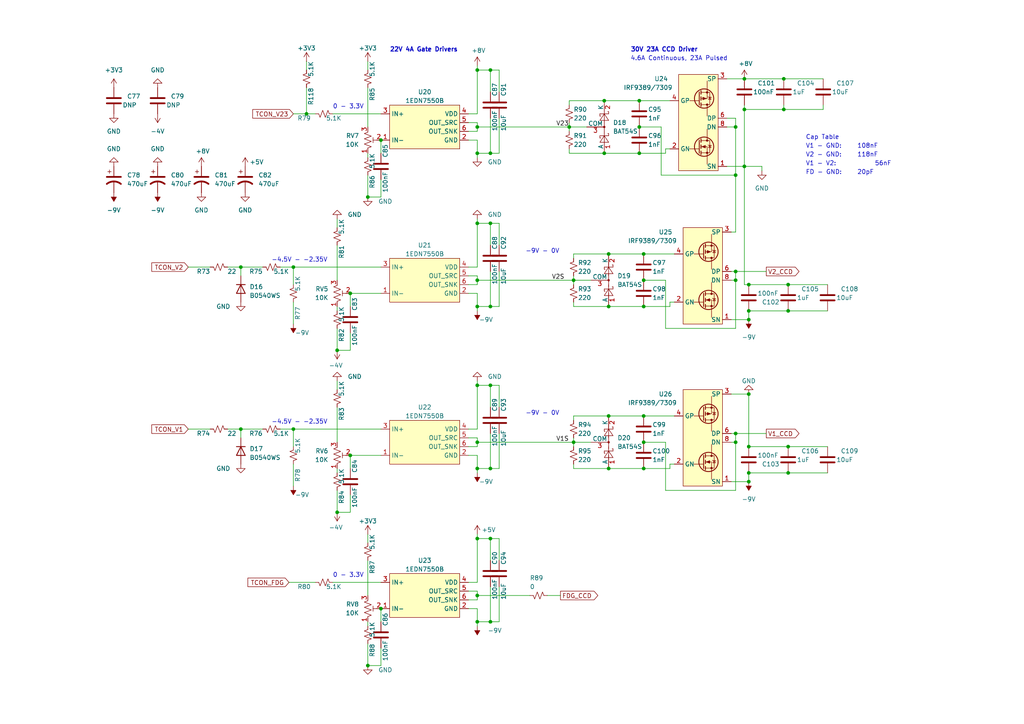
<source format=kicad_sch>
(kicad_sch (version 20231120) (generator "eeschema") (generator_version "8.0")
  (paper "A4")
  (title_block (title "CCD V Drivers") (date "2024-06-09") (rev "R0.10") (company "Copyright 2024 Anhang Li, Wenting Zhang") (comment 2 "MERCHANTABILITY, SATISFACTORY QUALITY AND FITNESS FOR A PARTICULAR PURPOSE.") (comment 3 "This source is distributed WITHOUT ANY EXPRESS OR IMPLIED WARRANTY, INCLUDING OF") (comment 4 "This source describes Open Hardware and is licensed under the CERN-OHL-P v2."))
  (lib_symbols
    (symbol "Device:C" (pin_numbers hide) (pin_names (offset 0.254))
      (property "Reference" "C" (at 0.635 2.54 0))
      (property "Value" "C" (at 0.635 -2.54 0))
      (symbol "C_1_1"
        (pin passive line (at 0 3.81 270) (length 2.794) (name "~") (number "1"))
        (pin passive line (at 0 -3.81 90) (length 2.794) (name "~") (number "2"))
      )
    )
    (symbol "Device:C_Polarized_US" (pin_numbers hide) (pin_names (offset 0.254) hide)
      (property "Reference" "C" (at 0.635 2.54 0))
      (property "Value" "C_Polarized_US" (at 0.635 -2.54 0))
      (symbol "C_Polarized_US_1_1"
        (pin passive line (at 0 3.81 270) (length 2.794) (name "~") (number "1"))
        (pin passive line (at 0 -3.81 90) (length 3.302) (name "~") (number "2"))
      )
    )
    (symbol "Device:D" (pin_numbers hide) (pin_names (offset 1.016) hide)
      (property "Reference" "D" (at 0 2.54 0))
      (property "Value" "D" (at 0 -2.54 0))
      (symbol "D_1_1"
        (pin passive line (at -3.81 0 0) (length 2.54) (name "K") (number "1"))
        (pin passive line (at 3.81 0 180) (length 2.54) (name "A") (number "2"))
      )
    )
    (symbol "Device:R_Potentiometer_Trim_US" (pin_names (offset 1.016) hide)
      (property "Reference" "RV" (at -4.445 0 90))
      (property "Value" "R_Potentiometer_Trim_US" (at -2.54 0 90))
      (symbol "R_Potentiometer_Trim_US_1_1"
        (pin passive line (at 0 3.81 270) (length 1.27) (name "1") (number "1"))
        (pin passive line (at 3.81 0 180) (length 1.27) (name "2") (number "2"))
        (pin passive line (at 0 -3.81 90) (length 1.27) (name "3") (number "3"))
      )
    )
    (symbol "Device:R_Small_US" (pin_numbers hide) (pin_names (offset 0.254) hide)
      (property "Reference" "R" (at 0.762 0.508 0))
      (property "Value" "R_Small_US" (at 0.762 -1.016 0))
      (symbol "R_Small_US_1_1"
        (pin passive line (at 0 2.54 270) (length 1.016) (name "~") (number "1"))
        (pin passive line (at 0 -2.54 90) (length 1.016) (name "~") (number "2"))
      )
    )
    (symbol "Diode:BAT54S" (pin_names (offset 0))
      (property "Reference" "D" (at 2.54 -5.08 0))
      (property "Value" "BAT54S" (at -6.35 3.175 0))
      (symbol "BAT54S_1_1"
        (pin passive line (at -7.62 0 0) (length 3.81) (name "A") (number "1"))
        (pin passive line (at 7.62 0 180) (length 3.81) (name "K") (number "2"))
        (pin passive line (at 0 -5.08 90) (length 5.08) (name "COM") (number "3"))
      )
    )
    (symbol "Sitina:-4V" (power) (pin_names (offset 0))
      (property "Value" "-4V" (at 0 3.556 0))
      (symbol "-4V_1_1"
        (pin power_in line (at 0 0 90) (length 0) hide (name "-4V") (number "1"))
      )
    )
    (symbol "power:+3V3" (power) (pin_numbers hide) (pin_names (offset 0) hide)
      (property "Value" "+3V3" (at 0 3.556 0))
      (symbol "+3V3_1_1"
        (pin power_in line (at 0 0 90) (length 0) (name "~") (number "1"))
      )
    )
    (symbol "power:+5V" (power) (pin_names (offset 0))
      (property "Value" "+5V" (at 0 3.556 0))
      (symbol "+5V_1_1"
        (pin power_in line (at 0 0 90) (length 0) hide (name "+5V") (number "1"))
      )
    )
    (symbol "power:+8V" (power) (pin_names (offset 0))
      (property "Value" "+8V" (at 0 3.556 0))
      (symbol "+8V_1_1"
        (pin power_in line (at 0 0 90) (length 0) hide (name "+8V") (number "1"))
      )
    )
    (symbol "power:-9V" (power) (pin_names (offset 0))
      (property "Value" "-9V" (at 0 3.81 0))
      (symbol "-9V_1_1"
        (pin power_in line (at 0 0 90) (length 0) hide (name "-9V") (number "1"))
      )
    )
    (symbol "power:GND" (power) (pin_names (offset 0))
      (property "Value" "GND" (at 0 -3.81 0))
      (symbol "GND_1_1"
        (pin power_in line (at 0 0 270) (length 0) hide (name "GND") (number "1"))
      )
    )
    (symbol "symbols:1EDNx550B"
      (property "Reference" "U" (at 0 0 0))
      (property "Value" "1EDNx550" (at 0 0 0))
      (symbol "1EDNx550B_1_1"
        (pin input line (at -2.54 -12.7 0) (length 2.54) (name "IN-") (number "1"))
        (pin passive line (at 22.86 -12.7 180) (length 2.54) (name "GND") (number "2"))
        (pin input line (at -2.54 -5.08 0) (length 2.54) (name "IN+") (number "3"))
        (pin power_in line (at 22.86 -5.08 180) (length 2.54) (name "VDD") (number "4"))
        (pin output line (at 22.86 -7.62 180) (length 2.54) (name "OUT_SRC") (number "5"))
        (pin output line (at 22.86 -10.16 180) (length 2.54) (name "OUT_SNK") (number "6"))
      )
    )
    (symbol "symbols:IRF9389BF"
      (property "Reference" "U" (at 1.27 1.27 0))
      (property "Value" "IRF9389BF" (at 8.89 1.27 0))
      (symbol "IRF9389BF_1_1"
        (pin bidirectional line (at 13.97 -27.94 180) (length 2.54) (name "SN") (number "1"))
        (pin input line (at -2.54 -22.86 0) (length 2.54) (name "GN") (number "2"))
        (pin bidirectional line (at 13.97 -2.54 180) (length 2.54) (name "SP") (number "3"))
        (pin input line (at -2.54 -8.89 0) (length 2.54) (name "GP") (number "4"))
        (pin bidirectional line (at 13.97 -13.97 180) (length 2.54) hide (name "DP") (number "5"))
        (pin bidirectional line (at 13.97 -13.97 180) (length 2.54) (name "DP") (number "6"))
        (pin bidirectional line (at 13.97 -16.51 180) (length 2.54) hide (name "DN") (number "7"))
        (pin bidirectional line (at 13.97 -16.51 180) (length 2.54) (name "DN") (number "8"))
      )
    )
  )
  (junction (at 85.09 124.46))
  (junction (at 185.42 36.83))
  (junction (at 110.49 40.64))
  (junction (at 138.43 156.21))
  (junction (at 176.53 135.89))
  (junction (at 215.9 31.75))
  (junction (at 106.68 193.04))
  (junction (at 138.43 172.72))
  (junction (at 110.49 176.53))
  (junction (at 142.24 64.77))
  (junction (at 228.6 129.54))
  (junction (at 185.42 29.21))
  (junction (at 213.36 128.27))
  (junction (at 138.43 180.34))
  (junction (at 138.43 64.77))
  (junction (at 165.1 36.83))
  (junction (at 138.43 88.9))
  (junction (at 176.53 88.9))
  (junction (at 186.69 128.27))
  (junction (at 228.6 90.17))
  (junction (at 176.53 73.66))
  (junction (at 217.17 137.16))
  (junction (at 142.24 156.21))
  (junction (at 227.33 22.86))
  (junction (at 142.24 180.34))
  (junction (at 138.43 81.28))
  (junction (at 138.43 36.83))
  (junction (at 97.79 101.6))
  (junction (at 217.17 82.55))
  (junction (at 186.69 120.65))
  (junction (at 142.24 88.9))
  (junction (at 213.36 81.28))
  (junction (at 186.69 73.66))
  (junction (at 175.26 44.45))
  (junction (at 138.43 128.27))
  (junction (at 142.24 111.76))
  (junction (at 186.69 81.28))
  (junction (at 138.43 135.89))
  (junction (at 213.36 50.8))
  (junction (at 166.37 81.28))
  (junction (at 101.6 132.08))
  (junction (at 227.33 31.75))
  (junction (at 142.24 20.32))
  (junction (at 138.43 111.76))
  (junction (at 228.6 137.16))
  (junction (at 213.36 125.73))
  (junction (at 106.68 57.15))
  (junction (at 175.26 29.21))
  (junction (at 185.42 44.45))
  (junction (at 217.17 139.7))
  (junction (at 213.36 36.83))
  (junction (at 85.09 77.47))
  (junction (at 228.6 82.55))
  (junction (at 142.24 44.45))
  (junction (at 186.69 88.9))
  (junction (at 101.6 85.09))
  (junction (at 88.9 33.02))
  (junction (at 217.17 90.17))
  (junction (at 176.53 120.65))
  (junction (at 215.9 22.86))
  (junction (at 217.17 129.54))
  (junction (at 166.37 128.27))
  (junction (at 138.43 44.45))
  (junction (at 69.85 124.46))
  (junction (at 186.69 135.89))
  (junction (at 215.9 48.26))
  (junction (at 213.36 78.74))
  (junction (at 97.79 148.59))
  (junction (at 138.43 20.32))
  (junction (at 69.85 77.47))
  (junction (at 217.17 114.3))
  (junction (at 142.24 135.89))
  (junction (at 217.17 92.71))
  (wire (pts (xy 138.43 64.77) (xy 142.24 64.77)))
  (wire (pts (xy 142.24 78.74) (xy 142.24 88.9)))
  (wire (pts (xy 213.36 81.28) (xy 213.36 95.25)))
  (wire (pts (xy 166.37 88.9) (xy 176.53 88.9)))
  (wire (pts (xy 138.43 20.32) (xy 138.43 33.02)))
  (wire (pts (xy 144.78 64.77) (xy 144.78 71.12)))
  (wire (pts (xy 135.89 168.91) (xy 138.43 168.91)))
  (wire (pts (xy 194.31 87.63) (xy 195.58 87.63)))
  (wire (pts (xy 217.17 129.54) (xy 228.6 129.54)))
  (wire (pts (xy 106.68 181.61) (xy 106.68 180.34)))
  (wire (pts (xy 215.9 22.86) (xy 227.33 22.86)))
  (wire (pts (xy 138.43 154.94) (xy 138.43 156.21)))
  (wire (pts (xy 144.78 170.18) (xy 144.78 180.34)))
  (wire (pts (xy 97.79 71.12) (xy 97.79 81.28)))
  (wire (pts (xy 101.6 96.52) (xy 101.6 101.6)))
  (wire (pts (xy 227.33 31.75) (xy 215.9 31.75)))
  (wire (pts (xy 142.24 64.77) (xy 144.78 64.77)))
  (wire (pts (xy 106.68 162.56) (xy 106.68 172.72)))
  (wire (pts (xy 138.43 38.1) (xy 135.89 38.1)))
  (wire (pts (xy 69.85 124.46) (xy 76.2 124.46)))
  (wire (pts (xy 240.03 90.17) (xy 228.6 90.17)))
  (wire (pts (xy 138.43 127) (xy 138.43 128.27)))
  (wire (pts (xy 217.17 90.17) (xy 228.6 90.17)))
  (wire (pts (xy 97.79 63.5) (xy 97.79 66.04)))
  (wire (pts (xy 138.43 19.05) (xy 138.43 20.32)))
  (wire (pts (xy 138.43 156.21) (xy 142.24 156.21)))
  (wire (pts (xy 144.78 180.34) (xy 142.24 180.34)))
  (wire (pts (xy 142.24 156.21) (xy 142.24 162.56)))
  (wire (pts (xy 144.78 135.89) (xy 142.24 135.89)))
  (wire (pts (xy 135.89 171.45) (xy 138.43 171.45)))
  (wire (pts (xy 138.43 180.34) (xy 138.43 181.61)))
  (wire (pts (xy 135.89 85.09) (xy 138.43 85.09)))
  (wire (pts (xy 142.24 170.18) (xy 142.24 180.34)))
  (wire (pts (xy 144.78 125.73) (xy 144.78 135.89)))
  (wire (pts (xy 106.68 25.4) (xy 106.68 36.83)))
  (wire (pts (xy 138.43 173.99) (xy 135.89 173.99)))
  (wire (pts (xy 101.6 85.09) (xy 110.49 85.09)))
  (wire (pts (xy 215.9 82.55) (xy 217.17 82.55)))
  (wire (pts (xy 213.36 128.27) (xy 213.36 142.24)))
  (wire (pts (xy 227.33 30.48) (xy 227.33 31.75)))
  (wire (pts (xy 166.37 120.65) (xy 166.37 121.92)))
  (wire (pts (xy 213.36 50.8) (xy 191.77 50.8)))
  (wire (pts (xy 135.89 40.64) (xy 138.43 40.64)))
  (wire (pts (xy 138.43 36.83) (xy 165.1 36.83)))
  (wire (pts (xy 81.28 124.46) (xy 85.09 124.46)))
  (wire (pts (xy 213.36 34.29) (xy 213.36 36.83)))
  (wire (pts (xy 106.68 186.69) (xy 106.68 193.04)))
  (wire (pts (xy 176.53 120.65) (xy 186.69 120.65)))
  (wire (pts (xy 85.09 33.02) (xy 88.9 33.02)))
  (wire (pts (xy 69.85 77.47) (xy 76.2 77.47)))
  (wire (pts (xy 66.04 77.47) (xy 69.85 77.47)))
  (wire (pts (xy 166.37 73.66) (xy 176.53 73.66)))
  (wire (pts (xy 138.43 156.21) (xy 138.43 168.91)))
  (wire (pts (xy 106.68 17.78) (xy 106.68 20.32)))
  (wire (pts (xy 193.04 43.18) (xy 194.31 43.18)))
  (wire (pts (xy 88.9 25.4) (xy 88.9 33.02)))
  (wire (pts (xy 138.43 132.08) (xy 138.43 135.89)))
  (wire (pts (xy 69.85 80.01) (xy 69.85 77.47)))
  (wire (pts (xy 101.6 101.6) (xy 97.79 101.6)))
  (wire (pts (xy 186.69 120.65) (xy 195.58 120.65)))
  (wire (pts (xy 166.37 135.89) (xy 176.53 135.89)))
  (wire (pts (xy 138.43 81.28) (xy 166.37 81.28)))
  (wire (pts (xy 135.89 77.47) (xy 138.43 77.47)))
  (wire (pts (xy 110.49 187.96) (xy 110.49 193.04)))
  (wire (pts (xy 138.43 85.09) (xy 138.43 88.9)))
  (wire (pts (xy 110.49 193.04) (xy 106.68 193.04)))
  (wire (pts (xy 138.43 64.77) (xy 138.43 77.47)))
  (wire (pts (xy 194.31 88.9) (xy 186.69 88.9)))
  (wire (pts (xy 228.6 82.55) (xy 240.03 82.55)))
  (wire (pts (xy 110.49 176.53) (xy 110.49 180.34)))
  (wire (pts (xy 138.43 40.64) (xy 138.43 44.45)))
  (wire (pts (xy 220.98 49.53) (xy 220.98 48.26)))
  (wire (pts (xy 138.43 171.45) (xy 138.43 172.72)))
  (wire (pts (xy 110.49 52.07) (xy 110.49 57.15)))
  (wire (pts (xy 88.9 17.78) (xy 88.9 20.32)))
  (wire (pts (xy 212.09 139.7) (xy 217.17 139.7)))
  (wire (pts (xy 142.24 111.76) (xy 142.24 118.11)))
  (wire (pts (xy 191.77 50.8) (xy 191.77 36.83)))
  (wire (pts (xy 144.78 44.45) (xy 142.24 44.45)))
  (wire (pts (xy 144.78 88.9) (xy 142.24 88.9)))
  (wire (pts (xy 166.37 81.28) (xy 166.37 82.55)))
  (wire (pts (xy 142.24 34.29) (xy 142.24 44.45)))
  (wire (pts (xy 176.53 73.66) (xy 186.69 73.66)))
  (wire (pts (xy 144.78 34.29) (xy 144.78 44.45)))
  (wire (pts (xy 185.42 29.21) (xy 194.31 29.21)))
  (wire (pts (xy 193.04 81.28) (xy 186.69 81.28)))
  (wire (pts (xy 194.31 135.89) (xy 186.69 135.89)))
  (wire (pts (xy 142.24 88.9) (xy 138.43 88.9)))
  (wire (pts (xy 165.1 36.83) (xy 165.1 38.1)))
  (wire (pts (xy 66.04 124.46) (xy 69.85 124.46)))
  (wire (pts (xy 85.09 134.62) (xy 85.09 140.97)))
  (wire (pts (xy 96.52 168.91) (xy 110.49 168.91)))
  (wire (pts (xy 166.37 128.27) (xy 171.45 128.27)))
  (wire (pts (xy 240.03 137.16) (xy 228.6 137.16)))
  (wire (pts (xy 138.43 111.76) (xy 142.24 111.76)))
  (wire (pts (xy 193.04 95.25) (xy 193.04 81.28)))
  (wire (pts (xy 85.09 87.63) (xy 85.09 93.98)))
  (wire (pts (xy 138.43 44.45) (xy 138.43 45.72)))
  (wire (pts (xy 193.04 44.45) (xy 185.42 44.45)))
  (wire (pts (xy 138.43 128.27) (xy 166.37 128.27)))
  (wire (pts (xy 210.82 48.26) (xy 215.9 48.26)))
  (wire (pts (xy 213.36 125.73) (xy 222.25 125.73)))
  (wire (pts (xy 138.43 36.83) (xy 138.43 38.1)))
  (wire (pts (xy 212.09 78.74) (xy 213.36 78.74)))
  (wire (pts (xy 238.76 30.48) (xy 238.76 31.75)))
  (wire (pts (xy 212.09 125.73) (xy 213.36 125.73)))
  (wire (pts (xy 97.79 142.24) (xy 97.79 148.59)))
  (wire (pts (xy 193.04 43.18) (xy 193.04 44.45)))
  (wire (pts (xy 81.28 77.47) (xy 85.09 77.47)))
  (wire (pts (xy 138.43 172.72) (xy 153.67 172.72)))
  (wire (pts (xy 135.89 80.01) (xy 138.43 80.01)))
  (wire (pts (xy 142.24 125.73) (xy 142.24 135.89)))
  (wire (pts (xy 162.56 172.72) (xy 158.75 172.72)))
  (wire (pts (xy 135.89 127) (xy 138.43 127)))
  (wire (pts (xy 138.43 135.89) (xy 138.43 137.16)))
  (wire (pts (xy 186.69 73.66) (xy 195.58 73.66)))
  (wire (pts (xy 138.43 81.28) (xy 138.43 82.55)))
  (wire (pts (xy 142.24 135.89) (xy 138.43 135.89)))
  (wire (pts (xy 210.82 34.29) (xy 213.36 34.29)))
  (wire (pts (xy 217.17 82.55) (xy 228.6 82.55)))
  (wire (pts (xy 144.78 78.74) (xy 144.78 88.9)))
  (wire (pts (xy 175.26 29.21) (xy 185.42 29.21)))
  (wire (pts (xy 144.78 20.32) (xy 144.78 26.67)))
  (wire (pts (xy 138.43 80.01) (xy 138.43 81.28)))
  (wire (pts (xy 213.36 50.8) (xy 213.36 67.31)))
  (wire (pts (xy 210.82 22.86) (xy 215.9 22.86)))
  (wire (pts (xy 138.43 63.5) (xy 138.43 64.77)))
  (wire (pts (xy 54.61 124.46) (xy 60.96 124.46)))
  (wire (pts (xy 175.26 44.45) (xy 185.42 44.45)))
  (wire (pts (xy 138.43 172.72) (xy 138.43 173.99)))
  (wire (pts (xy 97.79 95.25) (xy 97.79 101.6)))
  (wire (pts (xy 193.04 128.27) (xy 186.69 128.27)))
  (wire (pts (xy 138.43 176.53) (xy 138.43 180.34)))
  (wire (pts (xy 142.24 64.77) (xy 142.24 71.12)))
  (wire (pts (xy 138.43 20.32) (xy 142.24 20.32)))
  (wire (pts (xy 166.37 134.62) (xy 166.37 135.89)))
  (wire (pts (xy 85.09 124.46) (xy 85.09 129.54)))
  (wire (pts (xy 166.37 81.28) (xy 171.45 81.28)))
  (wire (pts (xy 165.1 44.45) (xy 175.26 44.45)))
  (wire (pts (xy 213.36 78.74) (xy 222.25 78.74)))
  (wire (pts (xy 135.89 132.08) (xy 138.43 132.08)))
  (wire (pts (xy 138.43 110.49) (xy 138.43 111.76)))
  (wire (pts (xy 228.6 129.54) (xy 240.03 129.54)))
  (wire (pts (xy 142.24 20.32) (xy 144.78 20.32)))
  (wire (pts (xy 217.17 137.16) (xy 217.17 139.7)))
  (wire (pts (xy 142.24 111.76) (xy 144.78 111.76)))
  (wire (pts (xy 212.09 114.3) (xy 217.17 114.3)))
  (wire (pts (xy 101.6 143.51) (xy 101.6 148.59)))
  (wire (pts (xy 88.9 33.02) (xy 91.44 33.02)))
  (wire (pts (xy 106.68 50.8) (xy 106.68 57.15)))
  (wire (pts (xy 142.24 156.21) (xy 144.78 156.21)))
  (wire (pts (xy 213.36 78.74) (xy 213.36 81.28)))
  (wire (pts (xy 217.17 90.17) (xy 217.17 92.71)))
  (wire (pts (xy 110.49 40.64) (xy 110.49 44.45)))
  (wire (pts (xy 227.33 22.86) (xy 238.76 22.86)))
  (wire (pts (xy 144.78 111.76) (xy 144.78 118.11)))
  (wire (pts (xy 97.79 118.11) (xy 97.79 128.27)))
  (wire (pts (xy 210.82 36.83) (xy 213.36 36.83)))
  (wire (pts (xy 142.24 20.32) (xy 142.24 26.67)))
  (wire (pts (xy 138.43 35.56) (xy 138.43 36.83)))
  (wire (pts (xy 85.09 77.47) (xy 85.09 82.55)))
  (wire (pts (xy 166.37 87.63) (xy 166.37 88.9)))
  (wire (pts (xy 101.6 148.59) (xy 97.79 148.59)))
  (wire (pts (xy 165.1 43.18) (xy 165.1 44.45)))
  (wire (pts (xy 135.89 176.53) (xy 138.43 176.53)))
  (wire (pts (xy 101.6 132.08) (xy 101.6 135.89)))
  (wire (pts (xy 142.24 180.34) (xy 138.43 180.34)))
  (wire (pts (xy 142.24 44.45) (xy 138.43 44.45)))
  (wire (pts (xy 194.31 134.62) (xy 195.58 134.62)))
  (wire (pts (xy 217.17 114.3) (xy 217.17 129.54)))
  (wire (pts (xy 212.09 67.31) (xy 213.36 67.31)))
  (wire (pts (xy 83.82 168.91) (xy 91.44 168.91)))
  (wire (pts (xy 101.6 132.08) (xy 110.49 132.08)))
  (wire (pts (xy 217.17 137.16) (xy 228.6 137.16)))
  (wire (pts (xy 166.37 80.01) (xy 166.37 81.28)))
  (wire (pts (xy 213.36 81.28) (xy 212.09 81.28)))
  (wire (pts (xy 85.09 124.46) (xy 110.49 124.46)))
  (wire (pts (xy 144.78 156.21) (xy 144.78 162.56)))
  (wire (pts (xy 166.37 73.66) (xy 166.37 74.93)))
  (wire (pts (xy 194.31 134.62) (xy 194.31 135.89)))
  (wire (pts (xy 165.1 36.83) (xy 170.18 36.83)))
  (wire (pts (xy 110.49 57.15) (xy 106.68 57.15)))
  (wire (pts (xy 69.85 127) (xy 69.85 124.46)))
  (wire (pts (xy 213.36 142.24) (xy 193.04 142.24)))
  (wire (pts (xy 213.36 36.83) (xy 213.36 50.8)))
  (wire (pts (xy 215.9 31.75) (xy 215.9 48.26)))
  (wire (pts (xy 97.79 90.17) (xy 97.79 88.9)))
  (wire (pts (xy 135.89 33.02) (xy 138.43 33.02)))
  (wire (pts (xy 138.43 128.27) (xy 138.43 129.54)))
  (wire (pts (xy 176.53 88.9) (xy 186.69 88.9)))
  (wire (pts (xy 220.98 48.26) (xy 215.9 48.26)))
  (wire (pts (xy 194.31 87.63) (xy 194.31 88.9)))
  (wire (pts (xy 165.1 29.21) (xy 175.26 29.21)))
  (wire (pts (xy 165.1 35.56) (xy 165.1 36.83)))
  (wire (pts (xy 106.68 45.72) (xy 106.68 44.45)))
  (wire (pts (xy 193.04 142.24) (xy 193.04 128.27)))
  (wire (pts (xy 191.77 36.83) (xy 185.42 36.83)))
  (wire (pts (xy 106.68 154.94) (xy 106.68 157.48)))
  (wire (pts (xy 138.43 88.9) (xy 138.43 90.17)))
  (wire (pts (xy 96.52 33.02) (xy 110.49 33.02)))
  (wire (pts (xy 97.79 137.16) (xy 97.79 135.89)))
  (wire (pts (xy 165.1 29.21) (xy 165.1 30.48)))
  (wire (pts (xy 138.43 129.54) (xy 135.89 129.54)))
  (wire (pts (xy 135.89 124.46) (xy 138.43 124.46)))
  (wire (pts (xy 213.36 125.73) (xy 213.36 128.27)))
  (wire (pts (xy 85.09 77.47) (xy 110.49 77.47)))
  (wire (pts (xy 166.37 120.65) (xy 176.53 120.65)))
  (wire (pts (xy 97.79 110.49) (xy 97.79 113.03)))
  (wire (pts (xy 213.36 95.25) (xy 193.04 95.25)))
  (wire (pts (xy 215.9 31.75) (xy 215.9 30.48)))
  (wire (pts (xy 166.37 127) (xy 166.37 128.27)))
  (wire (pts (xy 138.43 82.55) (xy 135.89 82.55)))
  (wire (pts (xy 138.43 111.76) (xy 138.43 124.46)))
  (wire (pts (xy 238.76 31.75) (xy 227.33 31.75)))
  (wire (pts (xy 212.09 92.71) (xy 217.17 92.71)))
  (wire (pts (xy 176.53 135.89) (xy 186.69 135.89)))
  (wire (pts (xy 54.61 77.47) (xy 60.96 77.47)))
  (wire (pts (xy 135.89 35.56) (xy 138.43 35.56)))
  (wire (pts (xy 101.6 85.09) (xy 101.6 88.9)))
  (wire (pts (xy 166.37 128.27) (xy 166.37 129.54)))
  (wire (pts (xy 215.9 48.26) (xy 215.9 82.55)))
  (wire (pts (xy 213.36 128.27) (xy 212.09 128.27)))
  (text "0 - 3.3V" (at 96.52 31.75 0) (effects (font (size 1.27 1.27)) (justify left bottom)))
  (text "-9V - 0V" (at 152.4 120.65 0) (effects (font (size 1.27 1.27)) (justify left bottom)))
  (text "-9V - 0V" (at 152.4 73.66 0) (effects (font (size 1.27 1.27)) (justify left bottom)))
  (text "V2 - GND:	118nF" (at 233.68 45.72 0) (effects (font (size 1.27 1.27)) (justify left bottom)))
  (text "30V 23A CCD Driver" (at 182.88 15.24 0) (effects (font (size 1.27 1.27) (thickness 0.254) (bold yes)) (justify left bottom)))
  (text "V1 - GND:	108nF" (at 233.68 43.18 0) (effects (font (size 1.27 1.27)) (justify left bottom)))
  (text "Cap Table" (at 233.68 40.64 0) (effects (font (size 1.27 1.27)) (justify left bottom)))
  (text "4.6A Continuous, 23A Pulsed" (at 182.88 17.78 0) (effects (font (size 1.27 1.27)) (justify left bottom)))
  (text "22V 4A Gate Drivers" (at 113.03 15.24 0) (effects (font (size 1.27 1.27) (thickness 0.254) (bold yes)) (justify left bottom)))
  (text "0 - 3.3V" (at 96.52 167.64 0) (effects (font (size 1.27 1.27)) (justify left bottom)))
  (text "V1 - V2:		56nF" (at 233.68 48.26 0) (effects (font (size 1.27 1.27)) (justify left bottom)))
  (text "-4.5V - -2.35V" (at 78.74 123.19 0) (effects (font (size 1.27 1.27)) (justify left bottom)))
  (text "-4.5V - -2.35V" (at 78.74 76.2 0) (effects (font (size 1.27 1.27)) (justify left bottom)))
  (text "FD - GND:	20pF" (at 233.68 50.8 0) (effects (font (size 1.27 1.27)) (justify left bottom)))
  (label "V2S" (at 160.02 81.28 0))
  (label "V23" (at 161.29 36.83 0))
  (label "V1S" (at 161.29 128.27 0))
  (global_label "V2_CCD" (shape output) (at 222.25 78.74 0) (property "Intersheetrefs" "${INTERSHEET_REFS}" (effects (hide yes))))
  (global_label "TCON_V23" (shape input) (at 85.09 33.02 180) (property "Intersheetrefs" "${INTERSHEET_REFS}" (effects (hide yes))))
  (global_label "FDG_CCD" (shape output) (at 162.56 172.72 0) (property "Intersheetrefs" "${INTERSHEET_REFS}" (effects (hide yes))))
  (global_label "TCON_V1" (shape input) (at 54.61 124.46 180) (property "Intersheetrefs" "${INTERSHEET_REFS}" (effects (hide yes))))
  (global_label "V1_CCD" (shape output) (at 222.25 125.73 0) (property "Intersheetrefs" "${INTERSHEET_REFS}" (effects (hide yes))))
  (global_label "TCON_FDG" (shape input) (at 83.82 168.91 180) (property "Intersheetrefs" "${INTERSHEET_REFS}" (effects (hide yes))))
  (global_label "TCON_V2" (shape input) (at 54.61 77.47 180) (property "Intersheetrefs" "${INTERSHEET_REFS}" (effects (hide yes))))
  (symbol (lib_id "Device:C") (at 101.6 139.7 180) (unit 1)
    (property "Reference" "C84" (at 102.87 137.16 90) (effects (justify right)))
    (property "Value" "100nF" (at 102.87 147.32 90) (effects (justify right)))
    (property "Footprint" "Capacitor_SMD:C_0402_1005Metric" (effects (hide yes)))
  )
  (symbol (lib_id "power:GND") (at 45.72 25.4 0) (mirror x) (unit 1)
    (property "Reference" "#PWR0169" (effects (hide yes)))
    (property "Value" "GND" (at 45.72 20.32 0))
  )
  (symbol (lib_id "Device:R_Potentiometer_Trim_US") (at 97.79 132.08 0) (mirror x) (unit 1)
    (property "Reference" "RV6" (at 95.25 130.81 0) (effects (justify right)))
    (property "Value" "10K" (at 95.25 133.35 0) (effects (justify right)))
    (property "Footprint" "footprints:Potentiometer_Bourns_TC33X_Vertical" (effects (hide yes)))
  )
  (symbol (lib_id "Device:C") (at 186.69 77.47 180) (unit 1)
    (property "Reference" "C97" (at 189.23 76.2 0) (effects (justify right)))
    (property "Value" "1nF" (at 189.23 78.74 0) (effects (justify right)))
    (property "Footprint" "Capacitor_SMD:C_0402_1005Metric" (effects (hide yes)))
  )
  (symbol (lib_id "Device:C") (at 110.49 48.26 180) (unit 1)
    (property "Reference" "C85" (at 111.76 45.72 90) (effects (justify right)))
    (property "Value" "100nF" (at 111.76 55.88 90) (effects (justify right)))
    (property "Footprint" "Capacitor_SMD:C_0402_1005Metric" (effects (hide yes)))
  )
  (symbol (lib_id "symbols:IRF9389BF") (at 198.12 111.76 0) (unit 1)
    (property "Reference" "U26" (at 193.04 114.3 0))
    (property "Value" "IRF9389/7309" (at 189.23 116.84 0))
    (property "Footprint" "Package_SO:SOIC-8_3.9x4.9mm_P1.27mm" (effects (hide yes)))
    (property "Datasheet" "https://www.infineon.com/dgdl/Infineon-IRF9389-DataSheet-v01_01-EN.pdf" (effects (hide yes)))
  )
  (symbol (lib_id "Sitina:-4V") (at 45.72 33.02 0) (mirror x) (unit 1)
    (property "Reference" "#PWR0170" (effects (hide yes)))
    (property "Value" "-4V" (at 45.72 38.1 0))
  )
  (symbol (lib_id "power:+8V") (at 58.42 48.26 0) (unit 1)
    (property "Reference" "#PWR0173" (effects (hide yes)))
    (property "Value" "+8V" (at 58.801 43.8658 0))
  )
  (symbol (lib_id "symbols:1EDNx550B") (at 113.03 72.39 0) (unit 1)
    (property "Reference" "U21" (at 123.19 71.12 0))
    (property "Value" "1EDN7550B" (at 123.19 73.66 0))
    (property "Footprint" "Package_TO_SOT_SMD:SOT-23-6" (effects (hide yes)))
    (property "Datasheet" "https://www.infineon.com/dgdl/Infineon-1EDN6550B-DataSheet-v02_03-EN.pdf" (effects (hide yes)))
  )
  (symbol (lib_id "Device:R_Small_US") (at 93.98 33.02 90) (mirror x) (unit 1)
    (property "Reference" "R79" (at 90.17 34.29 90) (effects (justify left)))
    (property "Value" "5.1K" (at 99.06 34.29 90) (effects (justify left)))
    (property "Footprint" "Resistor_SMD:R_0402_1005Metric" (effects (hide yes)))
  )
  (symbol (lib_id "Device:D") (at 69.85 83.82 270) (unit 1)
    (property "Reference" "D16" (at 72.39 83.185 90) (effects (justify left)))
    (property "Value" "B0540WS" (at 72.39 85.725 90) (effects (justify left)))
    (property "Footprint" "Diode_SMD:D_SOD-323" (effects (hide yes)))
    (property "Sim.Device" "D" (effects (hide yes)))
    (property "Sim.Pins" "1=K 2=A" (effects (hide yes)))
  )
  (symbol (lib_id "power:-9V") (at 85.09 93.98 180) (unit 1)
    (property "Reference" "#PWR0179" (effects (hide yes)))
    (property "Value" "-9V" (at 87.63 96.52 0))
  )
  (symbol (lib_id "power:GND") (at 69.85 87.63 0) (mirror y) (unit 1)
    (property "Reference" "#PWR0175" (effects (hide yes)))
    (property "Value" "GND" (at 64.77 88.9 0))
  )
  (symbol (lib_id "Device:C") (at 228.6 86.36 180) (unit 1)
    (property "Reference" "C105" (at 232.41 83.82 0) (effects (justify right)))
    (property "Value" "1uF" (at 231.14 86.36 0) (effects (justify right)))
    (property "Footprint" "Capacitor_SMD:C_0402_1005Metric" (effects (hide yes)))
  )
  (symbol (lib_id "Device:R_Potentiometer_Trim_US") (at 106.68 40.64 0) (mirror x) (unit 1)
    (property "Reference" "RV7" (at 104.14 39.37 0) (effects (justify right)))
    (property "Value" "10K" (at 104.14 41.91 0) (effects (justify right)))
    (property "Footprint" "footprints:Potentiometer_Bourns_TC33X_Vertical" (effects (hide yes)))
  )
  (symbol (lib_id "Device:C") (at 110.49 184.15 180) (unit 1)
    (property "Reference" "C86" (at 111.76 181.61 90) (effects (justify right)))
    (property "Value" "100nF" (at 111.76 191.77 90) (effects (justify right)))
    (property "Footprint" "Capacitor_SMD:C_0402_1005Metric" (effects (hide yes)))
  )
  (symbol (lib_id "Device:C") (at 228.6 133.35 180) (unit 1)
    (property "Reference" "C106" (at 232.41 130.81 0) (effects (justify right)))
    (property "Value" "1uF" (at 231.14 133.35 0) (effects (justify right)))
    (property "Footprint" "Capacitor_SMD:C_0402_1005Metric" (effects (hide yes)))
  )
  (symbol (lib_id "power:-9V") (at 138.43 181.61 180) (unit 1)
    (property "Reference" "#PWR0196" (effects (hide yes)))
    (property "Value" "-9V" (at 143.51 182.88 0))
  )
  (symbol (lib_id "Device:C") (at 186.69 124.46 180) (unit 1)
    (property "Reference" "C99" (at 189.23 123.19 0) (effects (justify right)))
    (property "Value" "1nF" (at 189.23 125.73 0) (effects (justify right)))
    (property "Footprint" "Capacitor_SMD:C_0402_1005Metric" (effects (hide yes)))
  )
  (symbol (lib_id "power:-9V") (at 217.17 139.7 180) (unit 1)
    (property "Reference" "#PWR0200" (effects (hide yes)))
    (property "Value" "-9V" (at 217.17 144.78 0))
  )
  (symbol (lib_id "Device:C") (at 240.03 133.35 180) (unit 1)
    (property "Reference" "C109" (at 243.84 130.81 0) (effects (justify right)))
    (property "Value" "10uF" (at 242.57 133.35 0) (effects (justify right)))
    (property "Footprint" "Capacitor_SMD:C_0603_1608Metric" (effects (hide yes)))
  )
  (symbol (lib_id "Device:R_Small_US") (at 85.09 132.08 0) (mirror x) (unit 1)
    (property "Reference" "R78" (at 86.36 135.89 90) (effects (justify left)))
    (property "Value" "5.1K" (at 86.36 127 90) (effects (justify left)))
    (property "Footprint" "Resistor_SMD:R_0402_1005Metric" (effects (hide yes)))
  )
  (symbol (lib_id "Diode:BAT54S") (at 175.26 36.83 270) (mirror x) (unit 1)
    (property "Reference" "D18" (at 177.8 35.56 90) (effects (justify left)))
    (property "Value" "BAT54S" (at 177.8 38.1 90) (effects (justify left)))
    (property "Footprint" "Package_TO_SOT_SMD:SOT-23" (effects (hide yes)))
    (property "Datasheet" "https://www.diodes.com/assets/Datasheets/ds11005.pdf" (effects (hide yes)))
  )
  (symbol (lib_id "power:+8V") (at 215.9 22.86 0) (unit 1)
    (property "Reference" "#PWR0197" (effects (hide yes)))
    (property "Value" "+8V" (at 216.281 18.4658 0))
  )
  (symbol (lib_id "Device:C") (at 142.24 30.48 180) (unit 1)
    (property "Reference" "C87" (at 143.51 27.94 90) (effects (justify right)))
    (property "Value" "100nF" (at 143.51 38.1 90) (effects (justify right)))
    (property "Footprint" "Capacitor_SMD:C_0402_1005Metric" (effects (hide yes)))
  )
  (symbol (lib_id "Device:C_Polarized_US") (at 71.12 52.07 0) (unit 1)
    (property "Reference" "C82" (at 74.93 50.8 0) (effects (justify left)))
    (property "Value" "470uF" (at 74.93 53.34 0) (effects (justify left)))
    (property "Footprint" "Capacitor_SMD:C_Elec_6.3x7.7" (effects (hide yes)))
  )
  (symbol (lib_id "Device:R_Small_US") (at 166.37 132.08 0) (mirror x) (unit 1)
    (property "Reference" "R95" (at 167.64 130.81 0) (effects (justify left)))
    (property "Value" "220" (at 167.64 133.35 0) (effects (justify left)))
    (property "Footprint" "Resistor_SMD:R_0402_1005Metric" (effects (hide yes)))
  )
  (symbol (lib_id "Device:C_Polarized_US") (at 33.02 52.07 0) (unit 1)
    (property "Reference" "C78" (at 36.83 50.8 0) (effects (justify left)))
    (property "Value" "470uF" (at 36.83 53.34 0) (effects (justify left)))
    (property "Footprint" "Capacitor_SMD:C_Elec_6.3x7.7" (effects (hide yes)))
  )
  (symbol (lib_id "power:+3V3") (at 88.9 17.78 0) (unit 1)
    (property "Reference" "#PWR0296" (effects (hide yes)))
    (property "Value" "+3V3" (at 88.9 13.97 0))
    (property "Description" "Power symbol creates a global label with name \"+3V3\"" (effects (hide yes)))
  )
  (symbol (lib_id "power:+3V3") (at 33.02 25.4 0) (unit 1)
    (property "Reference" "#PWR0165" (effects (hide yes)))
    (property "Value" "+3V3" (at 33.02 20.32 0))
    (property "Description" "Power symbol creates a global label with name \"+3V3\"" (effects (hide yes)))
  )
  (symbol (lib_id "power:GND") (at 220.98 49.53 0) (mirror y) (unit 1)
    (property "Reference" "#PWR0201" (effects (hide yes)))
    (property "Value" "GND" (at 220.98 54.61 0))
  )
  (symbol (lib_id "power:GND") (at 138.43 45.72 0) (mirror y) (unit 1)
    (property "Reference" "#PWR0190" (effects (hide yes)))
    (property "Value" "GND" (at 143.51 46.99 0))
  )
  (symbol (lib_id "power:+5V") (at 71.12 48.26 0) (unit 1)
    (property "Reference" "#PWR0177" (effects (hide yes)))
    (property "Value" "+5V" (at 72.39 46.99 0) (effects (justify left)))
  )
  (symbol (lib_id "Device:C") (at 144.78 166.37 180) (unit 1)
    (property "Reference" "C94" (at 146.05 163.83 90) (effects (justify right)))
    (property "Value" "10uF" (at 146.05 173.99 90) (effects (justify right)))
    (property "Footprint" "Capacitor_SMD:C_0603_1608Metric" (effects (hide yes)))
  )
  (symbol (lib_id "Device:C") (at 33.02 29.21 180) (unit 1)
    (property "Reference" "C77" (at 36.83 27.94 0) (effects (justify right)))
    (property "Value" "DNP" (at 35.56 30.48 0) (effects (justify right)))
    (property "Footprint" "Capacitor_SMD:C_0402_1005Metric" (effects (hide yes)))
  )
  (symbol (lib_id "Device:R_Small_US") (at 88.9 22.86 0) (mirror x) (unit 1)
    (property "Reference" "R118" (at 90.17 25.4 90) (effects (justify left)))
    (property "Value" "5.1K" (at 90.17 17.78 90) (effects (justify left)))
    (property "Footprint" "Resistor_SMD:R_0402_1005Metric" (effects (hide yes)))
  )
  (symbol (lib_id "Device:C") (at 186.69 132.08 180) (unit 1)
    (property "Reference" "C100" (at 189.23 130.81 0) (effects (justify right)))
    (property "Value" "1nF" (at 189.23 133.35 0) (effects (justify right)))
    (property "Footprint" "Capacitor_SMD:C_0402_1005Metric" (effects (hide yes)))
  )
  (symbol (lib_id "Device:C") (at 142.24 166.37 180) (unit 1)
    (property "Reference" "C90" (at 143.51 163.83 90) (effects (justify right)))
    (property "Value" "100nF" (at 143.51 173.99 90) (effects (justify right)))
    (property "Footprint" "Capacitor_SMD:C_0402_1005Metric" (effects (hide yes)))
  )
  (symbol (lib_id "power:+3V3") (at 106.68 154.94 0) (unit 1)
    (property "Reference" "#PWR0187" (effects (hide yes)))
    (property "Value" "+3V3" (at 106.68 151.13 0))
    (property "Description" "Power symbol creates a global label with name \"+3V3\"" (effects (hide yes)))
  )
  (symbol (lib_id "power:GND") (at 71.12 55.88 0) (unit 1)
    (property "Reference" "#PWR0178" (effects (hide yes)))
    (property "Value" "GND" (at 71.12 60.96 0))
  )
  (symbol (lib_id "power:GND") (at 138.43 110.49 0) (mirror x) (unit 1)
    (property "Reference" "#PWR0193" (effects (hide yes)))
    (property "Value" "GND" (at 143.51 109.22 0))
  )
  (symbol (lib_id "Device:C") (at 142.24 121.92 180) (unit 1)
    (property "Reference" "C89" (at 143.51 119.38 90) (effects (justify right)))
    (property "Value" "100nF" (at 143.51 129.54 90) (effects (justify right)))
    (property "Footprint" "Capacitor_SMD:C_0402_1005Metric" (effects (hide yes)))
  )
  (symbol (lib_id "Device:R_Small_US") (at 63.5 77.47 90) (mirror x) (unit 1)
    (property "Reference" "R73" (at 60.96 78.74 90) (effects (justify left)))
    (property "Value" "22" (at 68.58 78.74 90) (effects (justify left)))
    (property "Footprint" "Resistor_SMD:R_0402_1005Metric" (effects (hide yes)))
  )
  (symbol (lib_id "symbols:1EDNx550B") (at 113.03 27.94 0) (unit 1)
    (property "Reference" "U20" (at 123.19 26.67 0))
    (property "Value" "1EDN7550B" (at 123.19 29.21 0))
    (property "Footprint" "Package_TO_SOT_SMD:SOT-23-6" (effects (hide yes)))
    (property "Datasheet" "https://www.infineon.com/dgdl/Infineon-1EDN6550B-DataSheet-v02_03-EN.pdf" (effects (hide yes)))
  )
  (symbol (lib_id "power:GND") (at 33.02 33.02 0) (mirror y) (unit 1)
    (property "Reference" "#PWR0166" (effects (hide yes)))
    (property "Value" "GND" (at 33.02 38.1 0))
  )
  (symbol (lib_id "Device:D") (at 69.85 130.81 270) (unit 1)
    (property "Reference" "D17" (at 72.39 130.175 90) (effects (justify left)))
    (property "Value" "B0540WS" (at 72.39 132.715 90) (effects (justify left)))
    (property "Footprint" "Diode_SMD:D_SOD-323" (effects (hide yes)))
    (property "Sim.Device" "D" (effects (hide yes)))
    (property "Sim.Pins" "1=K 2=A" (effects (hide yes)))
  )
  (symbol (lib_id "power:-9V") (at 217.17 92.71 180) (unit 1)
    (property "Reference" "#PWR0198" (effects (hide yes)))
    (property "Value" "-9V" (at 217.17 97.79 0))
  )
  (symbol (lib_id "Diode:BAT54S") (at 176.53 81.28 270) (mirror x) (unit 1)
    (property "Reference" "D19" (at 179.07 80.01 90) (effects (justify left)))
    (property "Value" "BAT54S" (at 179.07 82.55 90) (effects (justify left)))
    (property "Footprint" "Package_TO_SOT_SMD:SOT-23" (effects (hide yes)))
    (property "Datasheet" "https://www.diodes.com/assets/Datasheets/ds11005.pdf" (effects (hide yes)))
  )
  (symbol (lib_id "Device:R_Small_US") (at 166.37 77.47 0) (mirror x) (unit 1)
    (property "Reference" "R92" (at 167.64 76.2 0) (effects (justify left)))
    (property "Value" "220" (at 167.64 78.74 0) (effects (justify left)))
    (property "Footprint" "Resistor_SMD:R_0402_1005Metric" (effects (hide yes)))
  )
  (symbol (lib_id "power:GND") (at 106.68 57.15 0) (mirror y) (unit 1)
    (property "Reference" "#PWR0186" (effects (hide yes)))
    (property "Value" "GND" (at 111.76 58.42 0))
  )
  (symbol (lib_id "Device:C") (at 238.76 26.67 180) (unit 1)
    (property "Reference" "C107" (at 242.57 24.13 0) (effects (justify right)))
    (property "Value" "10uF" (at 241.3 26.67 0) (effects (justify right)))
    (property "Footprint" "Capacitor_SMD:C_0603_1608Metric" (effects (hide yes)))
  )
  (symbol (lib_id "power:GND") (at 45.72 48.26 180) (unit 1)
    (property "Reference" "#PWR0171" (effects (hide yes)))
    (property "Value" "GND" (at 45.72 43.18 0))
  )
  (symbol (lib_id "Device:R_Small_US") (at 97.79 139.7 0) (mirror x) (unit 1)
    (property "Reference" "R84" (at 99.06 142.24 90) (effects (justify left)))
    (property "Value" "5.1K" (at 99.06 135.89 90) (effects (justify left)))
    (property "Footprint" "Resistor_SMD:R_0402_1005Metric" (effects (hide yes)))
  )
  (symbol (lib_id "Device:R_Small_US") (at 106.68 160.02 0) (mirror x) (unit 1)
    (property "Reference" "R87" (at 107.95 162.56 90) (effects (justify left)))
    (property "Value" "5.1K" (at 107.95 154.94 90) (effects (justify left)))
    (property "Footprint" "Resistor_SMD:R_0402_1005Metric" (effects (hide yes)))
  )
  (symbol (lib_id "power:GND") (at 138.43 63.5 0) (mirror x) (unit 1)
    (property "Reference" "#PWR0191" (effects (hide yes)))
    (property "Value" "GND" (at 143.51 62.23 0))
  )
  (symbol (lib_id "power:-9V") (at 85.09 140.97 180) (unit 1)
    (property "Reference" "#PWR0180" (effects (hide yes)))
    (property "Value" "-9V" (at 87.63 143.51 0))
  )
  (symbol (lib_id "power:+3V3") (at 106.68 17.78 0) (unit 1)
    (property "Reference" "#PWR0185" (effects (hide yes)))
    (property "Value" "+3V3" (at 106.68 13.97 0))
    (property "Description" "Power symbol creates a global label with name \"+3V3\"" (effects (hide yes)))
  )
  (symbol (lib_id "Device:C") (at 144.78 74.93 180) (unit 1)
    (property "Reference" "C92" (at 146.05 72.39 90) (effects (justify right)))
    (property "Value" "10uF" (at 146.05 82.55 90) (effects (justify right)))
    (property "Footprint" "Capacitor_SMD:C_0603_1608Metric" (effects (hide yes)))
  )
  (symbol (lib_id "symbols:1EDNx550B") (at 113.03 163.83 0) (unit 1)
    (property "Reference" "U23" (at 123.19 162.56 0))
    (property "Value" "1EDN7550B" (at 123.19 165.1 0))
    (property "Footprint" "Package_TO_SOT_SMD:SOT-23-6" (effects (hide yes)))
    (property "Datasheet" "https://www.infineon.com/dgdl/Infineon-1EDN6550B-DataSheet-v02_03-EN.pdf" (effects (hide yes)))
  )
  (symbol (lib_id "symbols:IRF9389BF") (at 196.85 20.32 0) (unit 1)
    (property "Reference" "U24" (at 191.77 22.86 0))
    (property "Value" "IRF9389/7309" (at 187.96 25.4 0))
    (property "Footprint" "Package_SO:SOIC-8_3.9x4.9mm_P1.27mm" (effects (hide yes)))
    (property "Datasheet" "https://www.infineon.com/dgdl/Infineon-IRF9389-DataSheet-v01_01-EN.pdf" (effects (hide yes)))
  )
  (symbol (lib_id "Device:R_Small_US") (at 165.1 40.64 0) (mirror x) (unit 1)
    (property "Reference" "R91" (at 166.37 39.37 0) (effects (justify left)))
    (property "Value" "220" (at 166.37 41.91 0) (effects (justify left)))
    (property "Footprint" "Resistor_SMD:R_0402_1005Metric" (effects (hide yes)))
  )
  (symbol (lib_id "Device:C") (at 215.9 26.67 180) (unit 1)
    (property "Reference" "C101" (at 219.71 24.13 0) (effects (justify right)))
    (property "Value" "100nF" (at 218.44 26.67 0) (effects (justify right)))
    (property "Footprint" "Capacitor_SMD:C_0402_1005Metric" (effects (hide yes)))
  )
  (symbol (lib_id "Device:R_Small_US") (at 78.74 124.46 90) (mirror x) (unit 1)
    (property "Reference" "R76" (at 76.2 125.73 90) (effects (justify left)))
    (property "Value" "5.1K" (at 83.82 125.73 90) (effects (justify left)))
    (property "Footprint" "Resistor_SMD:R_0402_1005Metric" (effects (hide yes)))
  )
  (symbol (lib_id "power:GND") (at 69.85 134.62 0) (mirror y) (unit 1)
    (property "Reference" "#PWR0176" (effects (hide yes)))
    (property "Value" "GND" (at 64.77 135.89 0))
  )
  (symbol (lib_id "Device:R_Potentiometer_Trim_US") (at 97.79 85.09 0) (mirror x) (unit 1)
    (property "Reference" "RV5" (at 95.25 83.82 0) (effects (justify right)))
    (property "Value" "10K" (at 95.25 86.36 0) (effects (justify right)))
    (property "Footprint" "footprints:Potentiometer_Bourns_TC33X_Vertical" (effects (hide yes)))
  )
  (symbol (lib_id "power:+5V") (at 138.43 154.94 0) (unit 1)
    (property "Reference" "#PWR0195" (effects (hide yes)))
    (property "Value" "+5V" (at 139.7 153.67 0) (effects (justify left)))
  )
  (symbol (lib_id "Device:R_Small_US") (at 97.79 92.71 0) (mirror x) (unit 1)
    (property "Reference" "R82" (at 99.06 95.25 90) (effects (justify left)))
    (property "Value" "5.1K" (at 99.06 88.9 90) (effects (justify left)))
    (property "Footprint" "Resistor_SMD:R_0402_1005Metric" (effects (hide yes)))
  )
  (symbol (lib_id "Device:C_Polarized_US") (at 45.72 52.07 0) (unit 1)
    (property "Reference" "C80" (at 49.53 50.8 0) (effects (justify left)))
    (property "Value" "470uF" (at 49.53 53.34 0) (effects (justify left)))
    (property "Footprint" "Capacitor_SMD:C_Elec_6.3x7.7" (effects (hide yes)))
  )
  (symbol (lib_id "Device:C") (at 185.42 40.64 180) (unit 1)
    (property "Reference" "C96" (at 187.96 39.37 0) (effects (justify right)))
    (property "Value" "1nF" (at 187.96 41.91 0) (effects (justify right)))
    (property "Footprint" "Capacitor_SMD:C_0402_1005Metric" (effects (hide yes)))
  )
  (symbol (lib_id "Device:C") (at 185.42 33.02 180) (unit 1)
    (property "Reference" "C95" (at 187.96 31.75 0) (effects (justify right)))
    (property "Value" "1nF" (at 187.96 34.29 0) (effects (justify right)))
    (property "Footprint" "Capacitor_SMD:C_0402_1005Metric" (effects (hide yes)))
  )
  (symbol (lib_id "Device:R_Small_US") (at 156.21 172.72 270) (mirror x) (unit 1)
    (property "Reference" "R89" (at 153.67 167.64 90) (effects (justify left)))
    (property "Value" "0" (at 153.67 170.18 90) (effects (justify left)))
    (property "Footprint" "Resistor_SMD:R_0603_1608Metric" (effects (hide yes)))
  )
  (symbol (lib_id "Device:R_Small_US") (at 97.79 115.57 0) (mirror x) (unit 1)
    (property "Reference" "R83" (at 99.06 118.11 90) (effects (justify left)))
    (property "Value" "5.1K" (at 99.06 110.49 90) (effects (justify left)))
    (property "Footprint" "Resistor_SMD:R_0402_1005Metric" (effects (hide yes)))
  )
  (symbol (lib_id "Device:C") (at 186.69 85.09 180) (unit 1)
    (property "Reference" "C98" (at 189.23 83.82 0) (effects (justify right)))
    (property "Value" "1nF" (at 189.23 86.36 0) (effects (justify right)))
    (property "Footprint" "Capacitor_SMD:C_0402_1005Metric" (effects (hide yes)))
  )
  (symbol (lib_id "Device:R_Small_US") (at 166.37 124.46 0) (mirror x) (unit 1)
    (property "Reference" "R94" (at 167.64 123.19 0) (effects (justify left)))
    (property "Value" "220" (at 167.64 125.73 0) (effects (justify left)))
    (property "Footprint" "Resistor_SMD:R_0402_1005Metric" (effects (hide yes)))
  )
  (symbol (lib_id "Diode:BAT54S") (at 176.53 128.27 270) (mirror x) (unit 1)
    (property "Reference" "D20" (at 179.07 127 90) (effects (justify left)))
    (property "Value" "BAT54S" (at 179.07 129.54 90) (effects (justify left)))
    (property "Footprint" "Package_TO_SOT_SMD:SOT-23" (effects (hide yes)))
    (property "Datasheet" "https://www.diodes.com/assets/Datasheets/ds11005.pdf" (effects (hide yes)))
  )
  (symbol (lib_id "Device:C") (at 142.24 74.93 180) (unit 1)
    (property "Reference" "C88" (at 143.51 72.39 90) (effects (justify right)))
    (property "Value" "100nF" (at 143.51 82.55 90) (effects (justify right)))
    (property "Footprint" "Capacitor_SMD:C_0402_1005Metric" (effects (hide yes)))
  )
  (symbol (lib_id "Device:R_Small_US") (at 106.68 22.86 0) (mirror x) (unit 1)
    (property "Reference" "R85" (at 107.95 25.4 90) (effects (justify left)))
    (property "Value" "5.1K" (at 107.95 17.78 90) (effects (justify left)))
    (property "Footprint" "Resistor_SMD:R_0402_1005Metric" (effects (hide yes)))
  )
  (symbol (lib_id "Sitina:-4V") (at 97.79 101.6 180) (unit 1)
    (property "Reference" "#PWR0182" (effects (hide yes)))
    (property "Value" "-4V" (at 97.409 105.9942 0))
  )
  (symbol (lib_id "power:GND") (at 97.79 63.5 0) (mirror x) (unit 1)
    (property "Reference" "#PWR0181" (effects (hide yes)))
    (property "Value" "GND" (at 102.87 62.23 0))
  )
  (symbol (lib_id "Device:R_Potentiometer_Trim_US") (at 106.68 176.53 0) (mirror x) (unit 1)
    (property "Reference" "RV8" (at 104.14 175.26 0) (effects (justify right)))
    (property "Value" "10K" (at 104.14 177.8 0) (effects (justify right)))
    (property "Footprint" "footprints:Potentiometer_Bourns_TC33X_Vertical" (effects (hide yes)))
  )
  (symbol (lib_id "power:GND") (at 33.02 48.26 180) (unit 1)
    (property "Reference" "#PWR0167" (effects (hide yes)))
    (property "Value" "GND" (at 33.02 43.18 0))
  )
  (symbol (lib_id "Device:C") (at 101.6 92.71 180) (unit 1)
    (property "Reference" "C83" (at 102.87 90.17 90) (effects (justify right)))
    (property "Value" "100nF" (at 102.87 100.33 90) (effects (justify right)))
    (property "Footprint" "Capacitor_SMD:C_0402_1005Metric" (effects (hide yes)))
  )
  (symbol (lib_id "power:GND") (at 97.79 110.49 0) (mirror x) (unit 1)
    (property "Reference" "#PWR0183" (effects (hide yes)))
    (property "Value" "GND" (at 102.87 109.22 0))
  )
  (symbol (lib_id "Device:R_Small_US") (at 165.1 33.02 0) (mirror x) (unit 1)
    (property "Reference" "R90" (at 166.37 31.75 0) (effects (justify left)))
    (property "Value" "220" (at 166.37 34.29 0) (effects (justify left)))
    (property "Footprint" "Resistor_SMD:R_0402_1005Metric" (effects (hide yes)))
  )
  (symbol (lib_id "power:GND") (at 106.68 193.04 0) (mirror y) (unit 1)
    (property "Reference" "#PWR0188" (effects (hide yes)))
    (property "Value" "GND" (at 111.76 194.31 0))
  )
  (symbol (lib_id "Device:C") (at 45.72 29.21 180) (unit 1)
    (property "Reference" "C79" (at 49.53 27.94 0) (effects (justify right)))
    (property "Value" "DNP" (at 48.26 30.48 0) (effects (justify right)))
    (property "Footprint" "Capacitor_SMD:C_0402_1005Metric" (effects (hide yes)))
  )
  (symbol (lib_id "power:GND") (at 217.17 114.3 0) (mirror x) (unit 1)
    (property "Reference" "#PWR0199" (effects (hide yes)))
    (property "Value" "GND" (at 217.17 110.49 0))
  )
  (symbol (lib_id "Device:C") (at 217.17 133.35 0) (mirror y) (unit 1)
    (property "Reference" "C103" (at 220.98 134.62 0) (effects (justify right)))
    (property "Value" "100nF" (at 219.71 132.08 0) (effects (justify right)))
    (property "Footprint" "Capacitor_SMD:C_0402_1005Metric" (effects (hide yes)))
  )
  (symbol (lib_id "Device:R_Small_US") (at 106.68 48.26 0) (mirror x) (unit 1)
    (property "Reference" "R86" (at 107.95 50.8 90) (effects (justify left)))
    (property "Value" "5.1K" (at 107.95 44.45 90) (effects (justify left)))
    (property "Footprint" "Resistor_SMD:R_0402_1005Metric" (effects (hide yes)))
  )
  (symbol (lib_id "Device:R_Small_US") (at 85.09 85.09 0) (mirror x) (unit 1)
    (property "Reference" "R77" (at 86.36 88.9 90) (effects (justify left)))
    (property "Value" "5.1K" (at 86.36 80.01 90) (effects (justify left)))
    (property "Footprint" "Resistor_SMD:R_0402_1005Metric" (effects (hide yes)))
  )
  (symbol (lib_id "power:-9V") (at 45.72 55.88 180) (unit 1)
    (property "Reference" "#PWR0172" (effects (hide yes)))
    (property "Value" "-9V" (at 45.72 60.96 0))
  )
  (symbol (lib_id "Device:C") (at 217.17 86.36 0) (mirror y) (unit 1)
    (property "Reference" "C102" (at 220.98 87.63 0) (effects (justify right)))
    (property "Value" "100nF" (at 219.71 85.09 0) (effects (justify right)))
    (property "Footprint" "Capacitor_SMD:C_0402_1005Metric" (effects (hide yes)))
  )
  (symbol (lib_id "Device:R_Small_US") (at 166.37 85.09 0) (mirror x) (unit 1)
    (property "Reference" "R93" (at 167.64 83.82 0) (effects (justify left)))
    (property "Value" "220" (at 167.64 86.36 0) (effects (justify left)))
    (property "Footprint" "Resistor_SMD:R_0402_1005Metric" (effects (hide yes)))
  )
  (symbol (lib_id "power:-9V") (at 138.43 90.17 180) (unit 1)
    (property "Reference" "#PWR0192" (effects (hide yes)))
    (property "Value" "-9V" (at 140.97 92.71 0))
  )
  (symbol (lib_id "Device:R_Small_US") (at 63.5 124.46 90) (mirror x) (unit 1)
    (property "Reference" "R74" (at 60.96 125.73 90) (effects (justify left)))
    (property "Value" "22" (at 68.58 125.73 90) (effects (justify left)))
    (property "Footprint" "Resistor_SMD:R_0402_1005Metric" (effects (hide yes)))
  )
  (symbol (lib_id "Sitina:-4V") (at 97.79 148.59 180) (unit 1)
    (property "Reference" "#PWR0184" (effects (hide yes)))
    (property "Value" "-4V" (at 97.409 152.9842 0))
  )
  (symbol (lib_id "Device:C") (at 240.03 86.36 180) (unit 1)
    (property "Reference" "C108" (at 243.84 83.82 0) (effects (justify right)))
    (property "Value" "10uF" (at 242.57 86.36 0) (effects (justify right)))
    (property "Footprint" "Capacitor_SMD:C_0603_1608Metric" (effects (hide yes)))
  )
  (symbol (lib_id "Device:R_Small_US") (at 93.98 168.91 90) (mirror x) (unit 1)
    (property "Reference" "R80" (at 90.17 170.18 90) (effects (justify left)))
    (property "Value" "5.1K" (at 99.06 170.18 90) (effects (justify left)))
    (property "Footprint" "Resistor_SMD:R_0402_1005Metric" (effects (hide yes)))
  )
  (symbol (lib_id "power:-9V") (at 33.02 55.88 180) (unit 1)
    (property "Reference" "#PWR0168" (effects (hide yes)))
    (property "Value" "-9V" (at 33.02 60.96 0))
  )
  (symbol (lib_id "Device:C") (at 144.78 30.48 180) (unit 1)
    (property "Reference" "C91" (at 146.05 27.94 90) (effects (justify right)))
    (property "Value" "10uF" (at 146.05 38.1 90) (effects (justify right)))
    (property "Footprint" "Capacitor_SMD:C_0603_1608Metric" (effects (hide yes)))
  )
  (symbol (lib_id "power:GND") (at 58.42 55.88 0) (unit 1)
    (property "Reference" "#PWR0174" (effects (hide yes)))
    (property "Value" "GND" (at 58.42 60.96 0))
  )
  (symbol (lib_id "symbols:1EDNx550B") (at 113.03 119.38 0) (unit 1)
    (property "Reference" "U22" (at 123.19 118.11 0))
    (property "Value" "1EDN7550B" (at 123.19 120.65 0))
    (property "Footprint" "Package_TO_SOT_SMD:SOT-23-6" (effects (hide yes)))
    (property "Datasheet" "https://www.infineon.com/dgdl/Infineon-1EDN6550B-DataSheet-v02_03-EN.pdf" (effects (hide yes)))
  )
  (symbol (lib_id "power:-9V") (at 138.43 137.16 180) (unit 1)
    (property "Reference" "#PWR0194" (effects (hide yes)))
    (property "Value" "-9V" (at 140.97 139.7 0))
  )
  (symbol (lib_id "Device:C") (at 144.78 121.92 180) (unit 1)
    (property "Reference" "C93" (at 146.05 119.38 90) (effects (justify right)))
    (property "Value" "10uF" (at 146.05 129.54 90) (effects (justify right)))
    (property "Footprint" "Capacitor_SMD:C_0603_1608Metric" (effects (hide yes)))
  )
  (symbol (lib_id "Device:C") (at 227.33 26.67 180) (unit 1)
    (property "Reference" "C104" (at 231.14 24.13 0) (effects (justify right)))
    (property "Value" "1uF" (at 229.87 26.67 0) (effects (justify right)))
    (property "Footprint" "Capacitor_SMD:C_0402_1005Metric" (effects (hide yes)))
  )
  (symbol (lib_id "symbols:IRF9389BF") (at 198.12 64.77 0) (unit 1)
    (property "Reference" "U25" (at 193.04 67.31 0))
    (property "Value" "IRF9389/7309" (at 189.23 69.85 0))
    (property "Footprint" "Package_SO:SOIC-8_3.9x4.9mm_P1.27mm" (effects (hide yes)))
    (property "Datasheet" "https://www.infineon.com/dgdl/Infineon-IRF9389-DataSheet-v01_01-EN.pdf" (effects (hide yes)))
  )
  (symbol (lib_id "Device:R_Small_US") (at 97.79 68.58 0) (mirror x) (unit 1)
    (property "Reference" "R81" (at 99.06 71.12 90) (effects (justify left)))
    (property "Value" "5.1K" (at 99.06 63.5 90) (effects (justify left)))
    (property "Footprint" "Resistor_SMD:R_0402_1005Metric" (effects (hide yes)))
  )
  (symbol (lib_id "Device:R_Small_US") (at 106.68 184.15 0) (mirror x) (unit 1)
    (property "Reference" "R88" (at 107.95 186.69 90) (effects (justify left)))
    (property "Value" "5.1K" (at 107.95 180.34 90) (effects (justify left)))
    (property "Footprint" "Resistor_SMD:R_0402_1005Metric" (effects (hide yes)))
  )
  (symbol (lib_id "power:+8V") (at 138.43 19.05 0) (unit 1)
    (property "Reference" "#PWR0189" (effects (hide yes)))
    (property "Value" "+8V" (at 138.811 14.6558 0))
  )
  (symbol (lib_id "Device:R_Small_US") (at 78.74 77.47 90) (mirror x) (unit 1)
    (property "Reference" "R75" (at 76.2 78.74 90) (effects (justify left)))
    (property "Value" "5.1K" (at 83.82 78.74 90) (effects (justify left)))
    (property "Footprint" "Resistor_SMD:R_0402_1005Metric" (effects (hide yes)))
  )
  (symbol (lib_id "Device:C_Polarized_US") (at 58.42 52.07 0) (unit 1)
    (property "Reference" "C81" (at 62.23 50.8 0) (effects (justify left)))
    (property "Value" "470uF" (at 62.23 53.34 0) (effects (justify left)))
    (property "Footprint" "Capacitor_SMD:C_Elec_6.3x7.7" (effects (hide yes)))
  )
)
</source>
